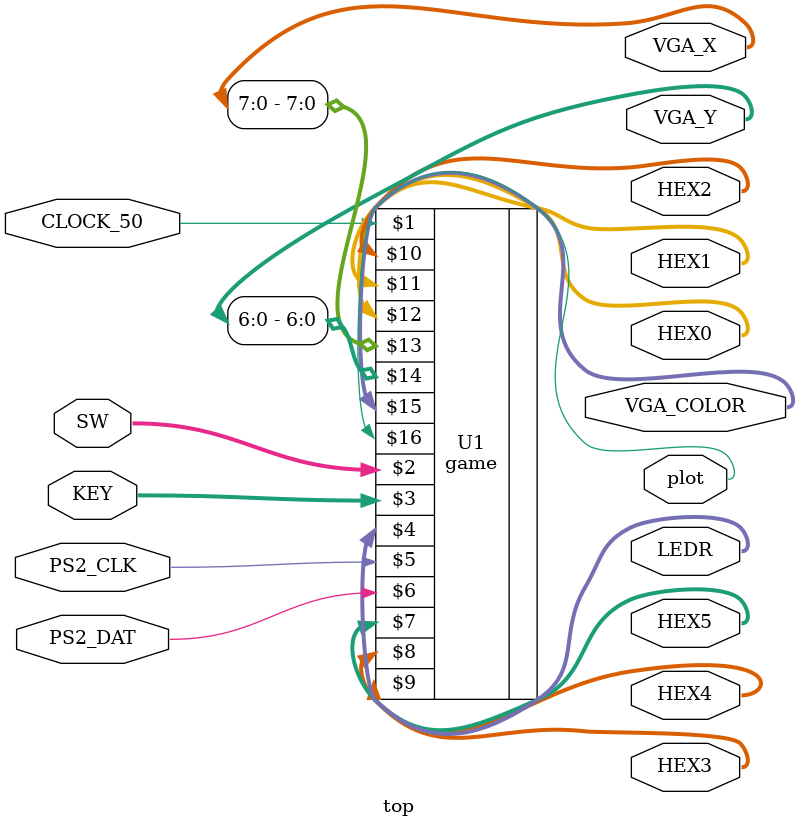
<source format=v>
module top (CLOCK_50, SW, KEY, HEX0, HEX1, HEX2, HEX3, HEX4, HEX5, LEDR, PS2_CLK, PS2_DAT,
            VGA_X, VGA_Y, VGA_COLOR, plot);

    input CLOCK_50;             // DE-series 50 MHz clock signal
    input wire [9:0] SW;        // DE-series switches
    input wire [3:0] KEY;       // DE-series pushbuttons

    output wire [6:0] HEX0;     // DE-series HEX displays
    output wire [6:0] HEX1;
    output wire [6:0] HEX2;
    output wire [6:0] HEX3;
    output wire [6:0] HEX4;
    output wire [6:0] HEX5;

    output wire [9:0] LEDR;     // DE-series LEDs   
    inout  wire PS2_CLK;        // DE-series PS/2 Clock
    inout  wire PS2_DAT;        // DE-series PS/2 Data
    
    output wire [9:0] VGA_X;
    output wire [8:0] VGA_Y;
    output wire [23:0] VGA_COLOR;
    output wire plot;

    // The VGA resolution, which can be set to "640x480", "320x240", or "160x120"
    parameter RESOLUTION = "160x120";
    parameter COLOR_DEPTH = 9; // Can be set to 9, 6, or 3
    // VGA x bitwidth
    parameter n = (RESOLUTION == "640x480") ? 10 : ((RESOLUTION == "320x240") ? 9 : 8);
    game U1 (CLOCK_50, SW, KEY, LEDR, PS2_CLK, PS2_DAT, HEX5, HEX4, HEX3, HEX2, HEX1, HEX0, VGA_X[n-1:0], VGA_Y[n-2:0], VGA_COLOR, plot);
        defparam U1.RESOLUTION = RESOLUTION;
        defparam U1.COLOR_DEPTH = COLOR_DEPTH;

endmodule


</source>
